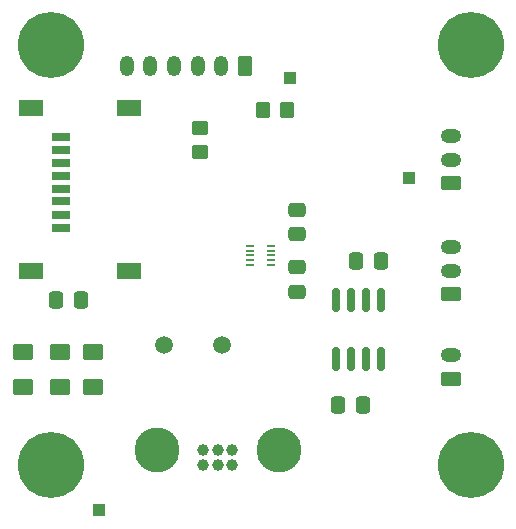
<source format=gts>
%TF.GenerationSoftware,KiCad,Pcbnew,7.0.8*%
%TF.CreationDate,2024-04-14T14:01:42-04:00*%
%TF.ProjectId,vibBoard,76696242-6f61-4726-942e-6b696361645f,rev?*%
%TF.SameCoordinates,Original*%
%TF.FileFunction,Soldermask,Top*%
%TF.FilePolarity,Negative*%
%FSLAX46Y46*%
G04 Gerber Fmt 4.6, Leading zero omitted, Abs format (unit mm)*
G04 Created by KiCad (PCBNEW 7.0.8) date 2024-04-14 14:01:42*
%MOMM*%
%LPD*%
G01*
G04 APERTURE LIST*
G04 Aperture macros list*
%AMRoundRect*
0 Rectangle with rounded corners*
0 $1 Rounding radius*
0 $2 $3 $4 $5 $6 $7 $8 $9 X,Y pos of 4 corners*
0 Add a 4 corners polygon primitive as box body*
4,1,4,$2,$3,$4,$5,$6,$7,$8,$9,$2,$3,0*
0 Add four circle primitives for the rounded corners*
1,1,$1+$1,$2,$3*
1,1,$1+$1,$4,$5*
1,1,$1+$1,$6,$7*
1,1,$1+$1,$8,$9*
0 Add four rect primitives between the rounded corners*
20,1,$1+$1,$2,$3,$4,$5,0*
20,1,$1+$1,$4,$5,$6,$7,0*
20,1,$1+$1,$6,$7,$8,$9,0*
20,1,$1+$1,$8,$9,$2,$3,0*%
G04 Aperture macros list end*
%ADD10C,3.800000*%
%ADD11C,1.000000*%
%ADD12RoundRect,0.250000X0.350000X0.625000X-0.350000X0.625000X-0.350000X-0.625000X0.350000X-0.625000X0*%
%ADD13O,1.200000X1.750000*%
%ADD14R,0.762000X0.203200*%
%ADD15RoundRect,0.250000X0.625000X-0.350000X0.625000X0.350000X-0.625000X0.350000X-0.625000X-0.350000X0*%
%ADD16O,1.750000X1.200000*%
%ADD17R,1.000000X1.000000*%
%ADD18C,5.600000*%
%ADD19RoundRect,0.250000X-0.337500X-0.475000X0.337500X-0.475000X0.337500X0.475000X-0.337500X0.475000X0*%
%ADD20RoundRect,0.250000X0.350000X0.450000X-0.350000X0.450000X-0.350000X-0.450000X0.350000X-0.450000X0*%
%ADD21RoundRect,0.250000X0.337500X0.475000X-0.337500X0.475000X-0.337500X-0.475000X0.337500X-0.475000X0*%
%ADD22RoundRect,0.250000X0.475000X-0.337500X0.475000X0.337500X-0.475000X0.337500X-0.475000X-0.337500X0*%
%ADD23RoundRect,0.250001X-0.624999X0.462499X-0.624999X-0.462499X0.624999X-0.462499X0.624999X0.462499X0*%
%ADD24RoundRect,0.150000X-0.150000X0.825000X-0.150000X-0.825000X0.150000X-0.825000X0.150000X0.825000X0*%
%ADD25R,1.500000X0.800000*%
%ADD26R,2.000000X1.450000*%
%ADD27RoundRect,0.250000X-0.475000X0.337500X-0.475000X-0.337500X0.475000X-0.337500X0.475000X0.337500X0*%
%ADD28RoundRect,0.250000X0.450000X-0.350000X0.450000X0.350000X-0.450000X0.350000X-0.450000X-0.350000X0*%
%ADD29C,1.500000*%
G04 APERTURE END LIST*
D10*
%TO.C,J1*%
X142354000Y-132080000D03*
X152654000Y-132080000D03*
D11*
X148754000Y-132080000D03*
X147504000Y-132080000D03*
X146254000Y-132080000D03*
X148754000Y-133330000D03*
X147504000Y-133330000D03*
X146254000Y-133330000D03*
%TD*%
D12*
%TO.C,J7*%
X149809200Y-99517200D03*
D13*
X147809200Y-99517200D03*
X145809200Y-99517200D03*
X143809200Y-99517200D03*
X141809200Y-99517200D03*
X139809200Y-99517200D03*
%TD*%
D14*
%TO.C,U6*%
X152057100Y-116370001D03*
X152057100Y-115969999D03*
X152057100Y-115570000D03*
X152057100Y-115170001D03*
X152057100Y-114769999D03*
X150202900Y-114769999D03*
X150202900Y-115170001D03*
X150202900Y-115570000D03*
X150202900Y-115969999D03*
X150202900Y-116370001D03*
%TD*%
D15*
%TO.C,J5*%
X167222000Y-118856000D03*
D16*
X167222000Y-116856000D03*
X167222000Y-114856000D03*
%TD*%
D15*
%TO.C,J4*%
X167222000Y-126000000D03*
D16*
X167222000Y-124000000D03*
%TD*%
D17*
%TO.C,TP2*%
X153593800Y-100584000D03*
%TD*%
D18*
%TO.C,H3*%
X133350000Y-133350000D03*
%TD*%
D19*
%TO.C,C9*%
X133836500Y-119380000D03*
X135911500Y-119380000D03*
%TD*%
D20*
%TO.C,R14*%
X153333200Y-103276400D03*
X151333200Y-103276400D03*
%TD*%
D21*
%TO.C,C10*%
X159787500Y-128270000D03*
X157712500Y-128270000D03*
%TD*%
D22*
%TO.C,C8*%
X154178000Y-118639500D03*
X154178000Y-116564500D03*
%TD*%
D23*
%TO.C,D2*%
X134112000Y-123734500D03*
X134112000Y-126709500D03*
%TD*%
D17*
%TO.C,TP1*%
X137414000Y-137160000D03*
%TD*%
D15*
%TO.C,J6*%
X167222000Y-109458000D03*
D16*
X167222000Y-107458000D03*
X167222000Y-105458000D03*
%TD*%
D23*
%TO.C,D3*%
X130986000Y-123755000D03*
X130986000Y-126730000D03*
%TD*%
D18*
%TO.C,H1*%
X133350000Y-97790000D03*
%TD*%
D24*
%TO.C,U5*%
X161290000Y-119380000D03*
X160020000Y-119380000D03*
X158750000Y-119380000D03*
X157480000Y-119380000D03*
X157480000Y-124330000D03*
X158750000Y-124330000D03*
X160020000Y-124330000D03*
X161290000Y-124330000D03*
%TD*%
D25*
%TO.C,J3*%
X134254000Y-113204000D03*
X134254000Y-112104000D03*
X134254000Y-110994000D03*
X134254000Y-109904000D03*
X134264000Y-108804000D03*
X134254000Y-107704000D03*
X134254000Y-106604000D03*
X134254000Y-105504000D03*
D26*
X139954000Y-103124000D03*
X131654000Y-103124000D03*
X139954000Y-116874000D03*
X131654000Y-116874000D03*
%TD*%
D18*
%TO.C,H4*%
X168910000Y-133350000D03*
%TD*%
%TO.C,H2*%
X168910000Y-97790000D03*
%TD*%
D23*
%TO.C,D1*%
X136906000Y-123734500D03*
X136906000Y-126709500D03*
%TD*%
D17*
%TO.C,TP3*%
X163703000Y-109042200D03*
%TD*%
D27*
%TO.C,C7*%
X154178000Y-111717000D03*
X154178000Y-113792000D03*
%TD*%
D28*
%TO.C,R15*%
X146024600Y-106800400D03*
X146024600Y-104800400D03*
%TD*%
D21*
%TO.C,C12*%
X161311500Y-116078000D03*
X159236500Y-116078000D03*
%TD*%
D29*
%TO.C,Y1*%
X147828000Y-123190000D03*
X142948000Y-123190000D03*
%TD*%
M02*

</source>
